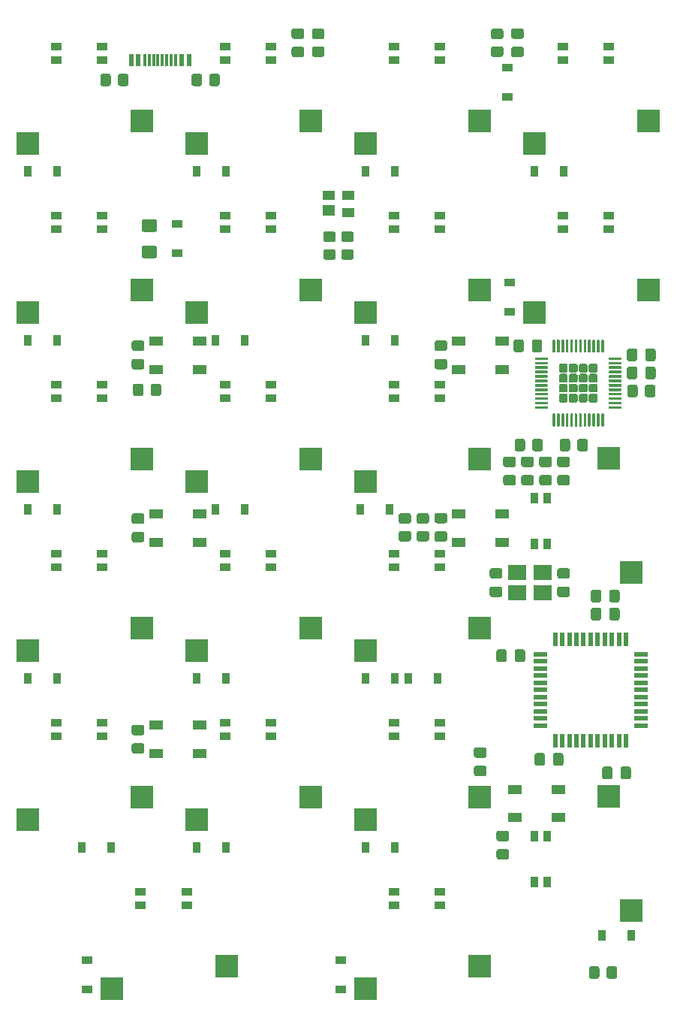
<source format=gbp>
G04 #@! TF.GenerationSoftware,KiCad,Pcbnew,(5.1.10)-1*
G04 #@! TF.CreationDate,2021-06-25T21:48:55+02:00*
G04 #@! TF.ProjectId,tfk21-avr,74666b32-312d-4617-9672-2e6b69636164,A*
G04 #@! TF.SameCoordinates,Original*
G04 #@! TF.FileFunction,Paste,Bot*
G04 #@! TF.FilePolarity,Positive*
%FSLAX46Y46*%
G04 Gerber Fmt 4.6, Leading zero omitted, Abs format (unit mm)*
G04 Created by KiCad (PCBNEW (5.1.10)-1) date 2021-06-25 21:48:55*
%MOMM*%
%LPD*%
G01*
G04 APERTURE LIST*
%ADD10R,0.600000X1.450000*%
%ADD11R,0.300000X1.450000*%
%ADD12R,2.500000X2.550000*%
%ADD13R,2.550000X2.500000*%
%ADD14R,1.190000X0.900000*%
%ADD15R,0.900000X1.190000*%
%ADD16R,1.500000X1.000000*%
%ADD17R,0.550000X1.500000*%
%ADD18R,1.500000X0.550000*%
%ADD19R,2.100000X1.800000*%
%ADD20C,0.100000*%
%ADD21R,0.900000X1.200000*%
%ADD22R,1.200000X0.900000*%
%ADD23R,1.400000X1.000000*%
%ADD24R,1.400000X1.200000*%
G04 APERTURE END LIST*
D10*
X129059375Y-44129375D03*
X128259375Y-44129375D03*
X123359375Y-44129375D03*
X122559375Y-44129375D03*
X122559375Y-44129375D03*
X123359375Y-44129375D03*
X128259375Y-44129375D03*
X129059375Y-44129375D03*
D11*
X124059375Y-44129375D03*
X124559375Y-44129375D03*
X125059375Y-44129375D03*
X126059375Y-44129375D03*
X126559375Y-44129375D03*
X127059375Y-44129375D03*
X127559375Y-44129375D03*
X125559375Y-44129375D03*
D12*
X178911250Y-139985750D03*
X176371250Y-127058750D03*
D13*
X120364250Y-148748750D03*
X133291250Y-146208750D03*
D12*
X178911250Y-101885750D03*
X176371250Y-88958750D03*
D14*
X119276250Y-42588750D03*
X114086250Y-44088750D03*
X114086250Y-42588750D03*
X119276250Y-44088750D03*
X138326250Y-61638750D03*
X133136250Y-63138750D03*
X133136250Y-61638750D03*
X138326250Y-63138750D03*
D15*
X168001250Y-131548750D03*
X169501250Y-136738750D03*
X168001250Y-136738750D03*
X169501250Y-131548750D03*
D14*
X157376250Y-137838750D03*
X152186250Y-139338750D03*
X152186250Y-137838750D03*
X157376250Y-139338750D03*
X128801250Y-137838750D03*
X123611250Y-139338750D03*
X123611250Y-137838750D03*
X128801250Y-139338750D03*
X157376250Y-118788750D03*
X152186250Y-120288750D03*
X152186250Y-118788750D03*
X157376250Y-120288750D03*
X138326250Y-118788750D03*
X133136250Y-120288750D03*
X133136250Y-118788750D03*
X138326250Y-120288750D03*
X119276250Y-118788750D03*
X114086250Y-120288750D03*
X114086250Y-118788750D03*
X119276250Y-120288750D03*
D15*
X168001250Y-93448750D03*
X169501250Y-98638750D03*
X168001250Y-98638750D03*
X169501250Y-93448750D03*
D14*
X157376250Y-99738750D03*
X152186250Y-101238750D03*
X152186250Y-99738750D03*
X157376250Y-101238750D03*
X138326250Y-99738750D03*
X133136250Y-101238750D03*
X133136250Y-99738750D03*
X138326250Y-101238750D03*
X119276250Y-99738750D03*
X114086250Y-101238750D03*
X114086250Y-99738750D03*
X119276250Y-101238750D03*
X157376250Y-80688750D03*
X152186250Y-82188750D03*
X152186250Y-80688750D03*
X157376250Y-82188750D03*
X138326250Y-80688750D03*
X133136250Y-82188750D03*
X133136250Y-80688750D03*
X138326250Y-82188750D03*
X119276250Y-80688750D03*
X114086250Y-82188750D03*
X114086250Y-80688750D03*
X119276250Y-82188750D03*
X176426250Y-61638750D03*
X171236250Y-63138750D03*
X171236250Y-61638750D03*
X176426250Y-63138750D03*
X157376250Y-61638750D03*
X152186250Y-63138750D03*
X152186250Y-61638750D03*
X157376250Y-63138750D03*
X119276250Y-61638750D03*
X114086250Y-63138750D03*
X114086250Y-61638750D03*
X119276250Y-63138750D03*
X176426250Y-42588750D03*
X171236250Y-44088750D03*
X171236250Y-42588750D03*
X176426250Y-44088750D03*
X157376250Y-42588750D03*
X152186250Y-44088750D03*
X152186250Y-42588750D03*
X157376250Y-44088750D03*
X138326250Y-42588750D03*
X133136250Y-44088750D03*
X133136250Y-42588750D03*
X138326250Y-44088750D03*
D13*
X148939250Y-148748750D03*
X161866250Y-146208750D03*
X148939250Y-129698750D03*
X161866250Y-127158750D03*
X129889250Y-129698750D03*
X142816250Y-127158750D03*
X110839250Y-129698750D03*
X123766250Y-127158750D03*
X148939250Y-110648750D03*
X161866250Y-108108750D03*
X129889250Y-110648750D03*
X142816250Y-108108750D03*
X110839250Y-110648750D03*
X123766250Y-108108750D03*
X148939250Y-91598750D03*
X161866250Y-89058750D03*
X129889250Y-91598750D03*
X142816250Y-89058750D03*
X110839250Y-91598750D03*
X123766250Y-89058750D03*
X167989250Y-72548750D03*
X180916250Y-70008750D03*
X148939250Y-72548750D03*
X161866250Y-70008750D03*
X129889250Y-72548750D03*
X142816250Y-70008750D03*
X110839250Y-72548750D03*
X123766250Y-70008750D03*
X167989250Y-53498750D03*
X180916250Y-50958750D03*
X148939250Y-53498750D03*
X161866250Y-50958750D03*
X129889250Y-53498750D03*
X142816250Y-50958750D03*
X110839250Y-53498750D03*
X123766250Y-50958750D03*
G36*
G01*
X123933000Y-80829999D02*
X123933000Y-81730001D01*
G75*
G02*
X123683001Y-81980000I-249999J0D01*
G01*
X122982999Y-81980000D01*
G75*
G02*
X122733000Y-81730001I0J249999D01*
G01*
X122733000Y-80829999D01*
G75*
G02*
X122982999Y-80580000I249999J0D01*
G01*
X123683001Y-80580000D01*
G75*
G02*
X123933000Y-80829999I0J-249999D01*
G01*
G37*
G36*
G01*
X125933000Y-80829999D02*
X125933000Y-81730001D01*
G75*
G02*
X125683001Y-81980000I-249999J0D01*
G01*
X124982999Y-81980000D01*
G75*
G02*
X124733000Y-81730001I0J249999D01*
G01*
X124733000Y-80829999D01*
G75*
G02*
X124982999Y-80580000I249999J0D01*
G01*
X125683001Y-80580000D01*
G75*
G02*
X125933000Y-80829999I0J-249999D01*
G01*
G37*
D16*
X159475000Y-98437500D03*
X159475000Y-95237500D03*
X164375000Y-98437500D03*
X164375000Y-95237500D03*
X159475000Y-78990625D03*
X159475000Y-75790625D03*
X164375000Y-78990625D03*
X164375000Y-75790625D03*
X125343750Y-78990625D03*
X125343750Y-75790625D03*
X130243750Y-78990625D03*
X130243750Y-75790625D03*
X125343750Y-98437500D03*
X125343750Y-95237500D03*
X130243750Y-98437500D03*
X130243750Y-95237500D03*
X125343750Y-122250000D03*
X125343750Y-119050000D03*
X130243750Y-122250000D03*
X130243750Y-119050000D03*
X165825000Y-129489000D03*
X165825000Y-126289000D03*
X170725000Y-129489000D03*
X170725000Y-126289000D03*
G36*
G01*
X157955000Y-96324000D02*
X157005000Y-96324000D01*
G75*
G02*
X156755000Y-96074000I0J250000D01*
G01*
X156755000Y-95399000D01*
G75*
G02*
X157005000Y-95149000I250000J0D01*
G01*
X157955000Y-95149000D01*
G75*
G02*
X158205000Y-95399000I0J-250000D01*
G01*
X158205000Y-96074000D01*
G75*
G02*
X157955000Y-96324000I-250000J0D01*
G01*
G37*
G36*
G01*
X157955000Y-98399000D02*
X157005000Y-98399000D01*
G75*
G02*
X156755000Y-98149000I0J250000D01*
G01*
X156755000Y-97474000D01*
G75*
G02*
X157005000Y-97224000I250000J0D01*
G01*
X157955000Y-97224000D01*
G75*
G02*
X158205000Y-97474000I0J-250000D01*
G01*
X158205000Y-98149000D01*
G75*
G02*
X157955000Y-98399000I-250000J0D01*
G01*
G37*
G36*
G01*
X157955000Y-76893000D02*
X157005000Y-76893000D01*
G75*
G02*
X156755000Y-76643000I0J250000D01*
G01*
X156755000Y-75968000D01*
G75*
G02*
X157005000Y-75718000I250000J0D01*
G01*
X157955000Y-75718000D01*
G75*
G02*
X158205000Y-75968000I0J-250000D01*
G01*
X158205000Y-76643000D01*
G75*
G02*
X157955000Y-76893000I-250000J0D01*
G01*
G37*
G36*
G01*
X157955000Y-78968000D02*
X157005000Y-78968000D01*
G75*
G02*
X156755000Y-78718000I0J250000D01*
G01*
X156755000Y-78043000D01*
G75*
G02*
X157005000Y-77793000I250000J0D01*
G01*
X157955000Y-77793000D01*
G75*
G02*
X158205000Y-78043000I0J-250000D01*
G01*
X158205000Y-78718000D01*
G75*
G02*
X157955000Y-78968000I-250000J0D01*
G01*
G37*
G36*
G01*
X123792000Y-76893000D02*
X122842000Y-76893000D01*
G75*
G02*
X122592000Y-76643000I0J250000D01*
G01*
X122592000Y-75968000D01*
G75*
G02*
X122842000Y-75718000I250000J0D01*
G01*
X123792000Y-75718000D01*
G75*
G02*
X124042000Y-75968000I0J-250000D01*
G01*
X124042000Y-76643000D01*
G75*
G02*
X123792000Y-76893000I-250000J0D01*
G01*
G37*
G36*
G01*
X123792000Y-78968000D02*
X122842000Y-78968000D01*
G75*
G02*
X122592000Y-78718000I0J250000D01*
G01*
X122592000Y-78043000D01*
G75*
G02*
X122842000Y-77793000I250000J0D01*
G01*
X123792000Y-77793000D01*
G75*
G02*
X124042000Y-78043000I0J-250000D01*
G01*
X124042000Y-78718000D01*
G75*
G02*
X123792000Y-78968000I-250000J0D01*
G01*
G37*
G36*
G01*
X123792000Y-96387500D02*
X122842000Y-96387500D01*
G75*
G02*
X122592000Y-96137500I0J250000D01*
G01*
X122592000Y-95462500D01*
G75*
G02*
X122842000Y-95212500I250000J0D01*
G01*
X123792000Y-95212500D01*
G75*
G02*
X124042000Y-95462500I0J-250000D01*
G01*
X124042000Y-96137500D01*
G75*
G02*
X123792000Y-96387500I-250000J0D01*
G01*
G37*
G36*
G01*
X123792000Y-98462500D02*
X122842000Y-98462500D01*
G75*
G02*
X122592000Y-98212500I0J250000D01*
G01*
X122592000Y-97537500D01*
G75*
G02*
X122842000Y-97287500I250000J0D01*
G01*
X123792000Y-97287500D01*
G75*
G02*
X124042000Y-97537500I0J-250000D01*
G01*
X124042000Y-98212500D01*
G75*
G02*
X123792000Y-98462500I-250000J0D01*
G01*
G37*
G36*
G01*
X123792000Y-120200000D02*
X122842000Y-120200000D01*
G75*
G02*
X122592000Y-119950000I0J250000D01*
G01*
X122592000Y-119275000D01*
G75*
G02*
X122842000Y-119025000I250000J0D01*
G01*
X123792000Y-119025000D01*
G75*
G02*
X124042000Y-119275000I0J-250000D01*
G01*
X124042000Y-119950000D01*
G75*
G02*
X123792000Y-120200000I-250000J0D01*
G01*
G37*
G36*
G01*
X123792000Y-122275000D02*
X122842000Y-122275000D01*
G75*
G02*
X122592000Y-122025000I0J250000D01*
G01*
X122592000Y-121350000D01*
G75*
G02*
X122842000Y-121100000I250000J0D01*
G01*
X123792000Y-121100000D01*
G75*
G02*
X124042000Y-121350000I0J-250000D01*
G01*
X124042000Y-122025000D01*
G75*
G02*
X123792000Y-122275000I-250000J0D01*
G01*
G37*
G36*
G01*
X163990000Y-133038000D02*
X164940000Y-133038000D01*
G75*
G02*
X165190000Y-133288000I0J-250000D01*
G01*
X165190000Y-133963000D01*
G75*
G02*
X164940000Y-134213000I-250000J0D01*
G01*
X163990000Y-134213000D01*
G75*
G02*
X163740000Y-133963000I0J250000D01*
G01*
X163740000Y-133288000D01*
G75*
G02*
X163990000Y-133038000I250000J0D01*
G01*
G37*
G36*
G01*
X163990000Y-130963000D02*
X164940000Y-130963000D01*
G75*
G02*
X165190000Y-131213000I0J-250000D01*
G01*
X165190000Y-131888000D01*
G75*
G02*
X164940000Y-132138000I-250000J0D01*
G01*
X163990000Y-132138000D01*
G75*
G02*
X163740000Y-131888000I0J250000D01*
G01*
X163740000Y-131213000D01*
G75*
G02*
X163990000Y-130963000I250000J0D01*
G01*
G37*
D17*
X170371000Y-120793750D03*
X171171000Y-120793750D03*
X171971000Y-120793750D03*
X172771000Y-120793750D03*
X173571000Y-120793750D03*
X174371000Y-120793750D03*
X175171000Y-120793750D03*
X175971000Y-120793750D03*
X176771000Y-120793750D03*
X177571000Y-120793750D03*
X178371000Y-120793750D03*
D18*
X180071000Y-119093750D03*
X180071000Y-118293750D03*
X180071000Y-117493750D03*
X180071000Y-116693750D03*
X180071000Y-115893750D03*
X180071000Y-115093750D03*
X180071000Y-114293750D03*
X180071000Y-113493750D03*
X180071000Y-112693750D03*
X180071000Y-111893750D03*
X180071000Y-111093750D03*
D17*
X178371000Y-109393750D03*
X177571000Y-109393750D03*
X176771000Y-109393750D03*
X175971000Y-109393750D03*
X175171000Y-109393750D03*
X174371000Y-109393750D03*
X173571000Y-109393750D03*
X172771000Y-109393750D03*
X171971000Y-109393750D03*
X171171000Y-109393750D03*
X170371000Y-109393750D03*
D18*
X168671000Y-111093750D03*
X168671000Y-111893750D03*
X168671000Y-112693750D03*
X168671000Y-113493750D03*
X168671000Y-114293750D03*
X168671000Y-115093750D03*
X168671000Y-115893750D03*
X168671000Y-116693750D03*
X168671000Y-117493750D03*
X168671000Y-118293750D03*
X168671000Y-119093750D03*
D19*
X168963000Y-101847000D03*
X166063000Y-101847000D03*
X166063000Y-104147000D03*
X168963000Y-104147000D03*
D20*
G36*
X174974104Y-78328859D02*
G01*
X174996074Y-78335524D01*
X175016321Y-78346346D01*
X175034068Y-78360911D01*
X175131089Y-78457932D01*
X175145654Y-78475679D01*
X175156476Y-78495926D01*
X175163141Y-78517896D01*
X175165391Y-78540744D01*
X175165391Y-79120256D01*
X175163141Y-79143104D01*
X175156476Y-79165074D01*
X175145654Y-79185321D01*
X175131089Y-79203068D01*
X175034068Y-79300089D01*
X175016321Y-79314654D01*
X174996074Y-79325476D01*
X174974104Y-79332141D01*
X174951256Y-79334391D01*
X174371744Y-79334391D01*
X174348896Y-79332141D01*
X174326926Y-79325476D01*
X174306679Y-79314654D01*
X174288932Y-79300089D01*
X174191911Y-79203068D01*
X174177346Y-79185321D01*
X174166524Y-79165074D01*
X174159859Y-79143104D01*
X174157609Y-79120256D01*
X174157609Y-78540744D01*
X174159859Y-78517896D01*
X174166524Y-78495926D01*
X174177346Y-78475679D01*
X174191911Y-78457932D01*
X174288932Y-78360911D01*
X174306679Y-78346346D01*
X174326926Y-78335524D01*
X174348896Y-78328859D01*
X174371744Y-78326609D01*
X174951256Y-78326609D01*
X174974104Y-78328859D01*
G37*
G36*
X174974104Y-79453859D02*
G01*
X174996074Y-79460524D01*
X175016321Y-79471346D01*
X175034068Y-79485911D01*
X175131089Y-79582932D01*
X175145654Y-79600679D01*
X175156476Y-79620926D01*
X175163141Y-79642896D01*
X175165391Y-79665744D01*
X175165391Y-80245256D01*
X175163141Y-80268104D01*
X175156476Y-80290074D01*
X175145654Y-80310321D01*
X175131089Y-80328068D01*
X175034068Y-80425089D01*
X175016321Y-80439654D01*
X174996074Y-80450476D01*
X174974104Y-80457141D01*
X174951256Y-80459391D01*
X174371744Y-80459391D01*
X174348896Y-80457141D01*
X174326926Y-80450476D01*
X174306679Y-80439654D01*
X174288932Y-80425089D01*
X174191911Y-80328068D01*
X174177346Y-80310321D01*
X174166524Y-80290074D01*
X174159859Y-80268104D01*
X174157609Y-80245256D01*
X174157609Y-79665744D01*
X174159859Y-79642896D01*
X174166524Y-79620926D01*
X174177346Y-79600679D01*
X174191911Y-79582932D01*
X174288932Y-79485911D01*
X174306679Y-79471346D01*
X174326926Y-79460524D01*
X174348896Y-79453859D01*
X174371744Y-79451609D01*
X174951256Y-79451609D01*
X174974104Y-79453859D01*
G37*
G36*
X174974104Y-80578859D02*
G01*
X174996074Y-80585524D01*
X175016321Y-80596346D01*
X175034068Y-80610911D01*
X175131089Y-80707932D01*
X175145654Y-80725679D01*
X175156476Y-80745926D01*
X175163141Y-80767896D01*
X175165391Y-80790744D01*
X175165391Y-81370256D01*
X175163141Y-81393104D01*
X175156476Y-81415074D01*
X175145654Y-81435321D01*
X175131089Y-81453068D01*
X175034068Y-81550089D01*
X175016321Y-81564654D01*
X174996074Y-81575476D01*
X174974104Y-81582141D01*
X174951256Y-81584391D01*
X174371744Y-81584391D01*
X174348896Y-81582141D01*
X174326926Y-81575476D01*
X174306679Y-81564654D01*
X174288932Y-81550089D01*
X174191911Y-81453068D01*
X174177346Y-81435321D01*
X174166524Y-81415074D01*
X174159859Y-81393104D01*
X174157609Y-81370256D01*
X174157609Y-80790744D01*
X174159859Y-80767896D01*
X174166524Y-80745926D01*
X174177346Y-80725679D01*
X174191911Y-80707932D01*
X174288932Y-80610911D01*
X174306679Y-80596346D01*
X174326926Y-80585524D01*
X174348896Y-80578859D01*
X174371744Y-80576609D01*
X174951256Y-80576609D01*
X174974104Y-80578859D01*
G37*
G36*
X174974104Y-81703859D02*
G01*
X174996074Y-81710524D01*
X175016321Y-81721346D01*
X175034068Y-81735911D01*
X175131089Y-81832932D01*
X175145654Y-81850679D01*
X175156476Y-81870926D01*
X175163141Y-81892896D01*
X175165391Y-81915744D01*
X175165391Y-82495256D01*
X175163141Y-82518104D01*
X175156476Y-82540074D01*
X175145654Y-82560321D01*
X175131089Y-82578068D01*
X175034068Y-82675089D01*
X175016321Y-82689654D01*
X174996074Y-82700476D01*
X174974104Y-82707141D01*
X174951256Y-82709391D01*
X174371744Y-82709391D01*
X174348896Y-82707141D01*
X174326926Y-82700476D01*
X174306679Y-82689654D01*
X174288932Y-82675089D01*
X174191911Y-82578068D01*
X174177346Y-82560321D01*
X174166524Y-82540074D01*
X174159859Y-82518104D01*
X174157609Y-82495256D01*
X174157609Y-81915744D01*
X174159859Y-81892896D01*
X174166524Y-81870926D01*
X174177346Y-81850679D01*
X174191911Y-81832932D01*
X174288932Y-81735911D01*
X174306679Y-81721346D01*
X174326926Y-81710524D01*
X174348896Y-81703859D01*
X174371744Y-81701609D01*
X174951256Y-81701609D01*
X174974104Y-81703859D01*
G37*
G36*
X173849104Y-78328859D02*
G01*
X173871074Y-78335524D01*
X173891321Y-78346346D01*
X173909068Y-78360911D01*
X174006089Y-78457932D01*
X174020654Y-78475679D01*
X174031476Y-78495926D01*
X174038141Y-78517896D01*
X174040391Y-78540744D01*
X174040391Y-79120256D01*
X174038141Y-79143104D01*
X174031476Y-79165074D01*
X174020654Y-79185321D01*
X174006089Y-79203068D01*
X173909068Y-79300089D01*
X173891321Y-79314654D01*
X173871074Y-79325476D01*
X173849104Y-79332141D01*
X173826256Y-79334391D01*
X173246744Y-79334391D01*
X173223896Y-79332141D01*
X173201926Y-79325476D01*
X173181679Y-79314654D01*
X173163932Y-79300089D01*
X173066911Y-79203068D01*
X173052346Y-79185321D01*
X173041524Y-79165074D01*
X173034859Y-79143104D01*
X173032609Y-79120256D01*
X173032609Y-78540744D01*
X173034859Y-78517896D01*
X173041524Y-78495926D01*
X173052346Y-78475679D01*
X173066911Y-78457932D01*
X173163932Y-78360911D01*
X173181679Y-78346346D01*
X173201926Y-78335524D01*
X173223896Y-78328859D01*
X173246744Y-78326609D01*
X173826256Y-78326609D01*
X173849104Y-78328859D01*
G37*
G36*
X173849104Y-79453859D02*
G01*
X173871074Y-79460524D01*
X173891321Y-79471346D01*
X173909068Y-79485911D01*
X174006089Y-79582932D01*
X174020654Y-79600679D01*
X174031476Y-79620926D01*
X174038141Y-79642896D01*
X174040391Y-79665744D01*
X174040391Y-80245256D01*
X174038141Y-80268104D01*
X174031476Y-80290074D01*
X174020654Y-80310321D01*
X174006089Y-80328068D01*
X173909068Y-80425089D01*
X173891321Y-80439654D01*
X173871074Y-80450476D01*
X173849104Y-80457141D01*
X173826256Y-80459391D01*
X173246744Y-80459391D01*
X173223896Y-80457141D01*
X173201926Y-80450476D01*
X173181679Y-80439654D01*
X173163932Y-80425089D01*
X173066911Y-80328068D01*
X173052346Y-80310321D01*
X173041524Y-80290074D01*
X173034859Y-80268104D01*
X173032609Y-80245256D01*
X173032609Y-79665744D01*
X173034859Y-79642896D01*
X173041524Y-79620926D01*
X173052346Y-79600679D01*
X173066911Y-79582932D01*
X173163932Y-79485911D01*
X173181679Y-79471346D01*
X173201926Y-79460524D01*
X173223896Y-79453859D01*
X173246744Y-79451609D01*
X173826256Y-79451609D01*
X173849104Y-79453859D01*
G37*
G36*
X173849104Y-80578859D02*
G01*
X173871074Y-80585524D01*
X173891321Y-80596346D01*
X173909068Y-80610911D01*
X174006089Y-80707932D01*
X174020654Y-80725679D01*
X174031476Y-80745926D01*
X174038141Y-80767896D01*
X174040391Y-80790744D01*
X174040391Y-81370256D01*
X174038141Y-81393104D01*
X174031476Y-81415074D01*
X174020654Y-81435321D01*
X174006089Y-81453068D01*
X173909068Y-81550089D01*
X173891321Y-81564654D01*
X173871074Y-81575476D01*
X173849104Y-81582141D01*
X173826256Y-81584391D01*
X173246744Y-81584391D01*
X173223896Y-81582141D01*
X173201926Y-81575476D01*
X173181679Y-81564654D01*
X173163932Y-81550089D01*
X173066911Y-81453068D01*
X173052346Y-81435321D01*
X173041524Y-81415074D01*
X173034859Y-81393104D01*
X173032609Y-81370256D01*
X173032609Y-80790744D01*
X173034859Y-80767896D01*
X173041524Y-80745926D01*
X173052346Y-80725679D01*
X173066911Y-80707932D01*
X173163932Y-80610911D01*
X173181679Y-80596346D01*
X173201926Y-80585524D01*
X173223896Y-80578859D01*
X173246744Y-80576609D01*
X173826256Y-80576609D01*
X173849104Y-80578859D01*
G37*
G36*
X173849104Y-81703859D02*
G01*
X173871074Y-81710524D01*
X173891321Y-81721346D01*
X173909068Y-81735911D01*
X174006089Y-81832932D01*
X174020654Y-81850679D01*
X174031476Y-81870926D01*
X174038141Y-81892896D01*
X174040391Y-81915744D01*
X174040391Y-82495256D01*
X174038141Y-82518104D01*
X174031476Y-82540074D01*
X174020654Y-82560321D01*
X174006089Y-82578068D01*
X173909068Y-82675089D01*
X173891321Y-82689654D01*
X173871074Y-82700476D01*
X173849104Y-82707141D01*
X173826256Y-82709391D01*
X173246744Y-82709391D01*
X173223896Y-82707141D01*
X173201926Y-82700476D01*
X173181679Y-82689654D01*
X173163932Y-82675089D01*
X173066911Y-82578068D01*
X173052346Y-82560321D01*
X173041524Y-82540074D01*
X173034859Y-82518104D01*
X173032609Y-82495256D01*
X173032609Y-81915744D01*
X173034859Y-81892896D01*
X173041524Y-81870926D01*
X173052346Y-81850679D01*
X173066911Y-81832932D01*
X173163932Y-81735911D01*
X173181679Y-81721346D01*
X173201926Y-81710524D01*
X173223896Y-81703859D01*
X173246744Y-81701609D01*
X173826256Y-81701609D01*
X173849104Y-81703859D01*
G37*
G36*
X172724104Y-78328859D02*
G01*
X172746074Y-78335524D01*
X172766321Y-78346346D01*
X172784068Y-78360911D01*
X172881089Y-78457932D01*
X172895654Y-78475679D01*
X172906476Y-78495926D01*
X172913141Y-78517896D01*
X172915391Y-78540744D01*
X172915391Y-79120256D01*
X172913141Y-79143104D01*
X172906476Y-79165074D01*
X172895654Y-79185321D01*
X172881089Y-79203068D01*
X172784068Y-79300089D01*
X172766321Y-79314654D01*
X172746074Y-79325476D01*
X172724104Y-79332141D01*
X172701256Y-79334391D01*
X172121744Y-79334391D01*
X172098896Y-79332141D01*
X172076926Y-79325476D01*
X172056679Y-79314654D01*
X172038932Y-79300089D01*
X171941911Y-79203068D01*
X171927346Y-79185321D01*
X171916524Y-79165074D01*
X171909859Y-79143104D01*
X171907609Y-79120256D01*
X171907609Y-78540744D01*
X171909859Y-78517896D01*
X171916524Y-78495926D01*
X171927346Y-78475679D01*
X171941911Y-78457932D01*
X172038932Y-78360911D01*
X172056679Y-78346346D01*
X172076926Y-78335524D01*
X172098896Y-78328859D01*
X172121744Y-78326609D01*
X172701256Y-78326609D01*
X172724104Y-78328859D01*
G37*
G36*
X172724104Y-79453859D02*
G01*
X172746074Y-79460524D01*
X172766321Y-79471346D01*
X172784068Y-79485911D01*
X172881089Y-79582932D01*
X172895654Y-79600679D01*
X172906476Y-79620926D01*
X172913141Y-79642896D01*
X172915391Y-79665744D01*
X172915391Y-80245256D01*
X172913141Y-80268104D01*
X172906476Y-80290074D01*
X172895654Y-80310321D01*
X172881089Y-80328068D01*
X172784068Y-80425089D01*
X172766321Y-80439654D01*
X172746074Y-80450476D01*
X172724104Y-80457141D01*
X172701256Y-80459391D01*
X172121744Y-80459391D01*
X172098896Y-80457141D01*
X172076926Y-80450476D01*
X172056679Y-80439654D01*
X172038932Y-80425089D01*
X171941911Y-80328068D01*
X171927346Y-80310321D01*
X171916524Y-80290074D01*
X171909859Y-80268104D01*
X171907609Y-80245256D01*
X171907609Y-79665744D01*
X171909859Y-79642896D01*
X171916524Y-79620926D01*
X171927346Y-79600679D01*
X171941911Y-79582932D01*
X172038932Y-79485911D01*
X172056679Y-79471346D01*
X172076926Y-79460524D01*
X172098896Y-79453859D01*
X172121744Y-79451609D01*
X172701256Y-79451609D01*
X172724104Y-79453859D01*
G37*
G36*
X172724104Y-80578859D02*
G01*
X172746074Y-80585524D01*
X172766321Y-80596346D01*
X172784068Y-80610911D01*
X172881089Y-80707932D01*
X172895654Y-80725679D01*
X172906476Y-80745926D01*
X172913141Y-80767896D01*
X172915391Y-80790744D01*
X172915391Y-81370256D01*
X172913141Y-81393104D01*
X172906476Y-81415074D01*
X172895654Y-81435321D01*
X172881089Y-81453068D01*
X172784068Y-81550089D01*
X172766321Y-81564654D01*
X172746074Y-81575476D01*
X172724104Y-81582141D01*
X172701256Y-81584391D01*
X172121744Y-81584391D01*
X172098896Y-81582141D01*
X172076926Y-81575476D01*
X172056679Y-81564654D01*
X172038932Y-81550089D01*
X171941911Y-81453068D01*
X171927346Y-81435321D01*
X171916524Y-81415074D01*
X171909859Y-81393104D01*
X171907609Y-81370256D01*
X171907609Y-80790744D01*
X171909859Y-80767896D01*
X171916524Y-80745926D01*
X171927346Y-80725679D01*
X171941911Y-80707932D01*
X172038932Y-80610911D01*
X172056679Y-80596346D01*
X172076926Y-80585524D01*
X172098896Y-80578859D01*
X172121744Y-80576609D01*
X172701256Y-80576609D01*
X172724104Y-80578859D01*
G37*
G36*
X172724104Y-81703859D02*
G01*
X172746074Y-81710524D01*
X172766321Y-81721346D01*
X172784068Y-81735911D01*
X172881089Y-81832932D01*
X172895654Y-81850679D01*
X172906476Y-81870926D01*
X172913141Y-81892896D01*
X172915391Y-81915744D01*
X172915391Y-82495256D01*
X172913141Y-82518104D01*
X172906476Y-82540074D01*
X172895654Y-82560321D01*
X172881089Y-82578068D01*
X172784068Y-82675089D01*
X172766321Y-82689654D01*
X172746074Y-82700476D01*
X172724104Y-82707141D01*
X172701256Y-82709391D01*
X172121744Y-82709391D01*
X172098896Y-82707141D01*
X172076926Y-82700476D01*
X172056679Y-82689654D01*
X172038932Y-82675089D01*
X171941911Y-82578068D01*
X171927346Y-82560321D01*
X171916524Y-82540074D01*
X171909859Y-82518104D01*
X171907609Y-82495256D01*
X171907609Y-81915744D01*
X171909859Y-81892896D01*
X171916524Y-81870926D01*
X171927346Y-81850679D01*
X171941911Y-81832932D01*
X172038932Y-81735911D01*
X172056679Y-81721346D01*
X172076926Y-81710524D01*
X172098896Y-81703859D01*
X172121744Y-81701609D01*
X172701256Y-81701609D01*
X172724104Y-81703859D01*
G37*
G36*
X171599104Y-78328859D02*
G01*
X171621074Y-78335524D01*
X171641321Y-78346346D01*
X171659068Y-78360911D01*
X171756089Y-78457932D01*
X171770654Y-78475679D01*
X171781476Y-78495926D01*
X171788141Y-78517896D01*
X171790391Y-78540744D01*
X171790391Y-79120256D01*
X171788141Y-79143104D01*
X171781476Y-79165074D01*
X171770654Y-79185321D01*
X171756089Y-79203068D01*
X171659068Y-79300089D01*
X171641321Y-79314654D01*
X171621074Y-79325476D01*
X171599104Y-79332141D01*
X171576256Y-79334391D01*
X170996744Y-79334391D01*
X170973896Y-79332141D01*
X170951926Y-79325476D01*
X170931679Y-79314654D01*
X170913932Y-79300089D01*
X170816911Y-79203068D01*
X170802346Y-79185321D01*
X170791524Y-79165074D01*
X170784859Y-79143104D01*
X170782609Y-79120256D01*
X170782609Y-78540744D01*
X170784859Y-78517896D01*
X170791524Y-78495926D01*
X170802346Y-78475679D01*
X170816911Y-78457932D01*
X170913932Y-78360911D01*
X170931679Y-78346346D01*
X170951926Y-78335524D01*
X170973896Y-78328859D01*
X170996744Y-78326609D01*
X171576256Y-78326609D01*
X171599104Y-78328859D01*
G37*
G36*
X171599104Y-79453859D02*
G01*
X171621074Y-79460524D01*
X171641321Y-79471346D01*
X171659068Y-79485911D01*
X171756089Y-79582932D01*
X171770654Y-79600679D01*
X171781476Y-79620926D01*
X171788141Y-79642896D01*
X171790391Y-79665744D01*
X171790391Y-80245256D01*
X171788141Y-80268104D01*
X171781476Y-80290074D01*
X171770654Y-80310321D01*
X171756089Y-80328068D01*
X171659068Y-80425089D01*
X171641321Y-80439654D01*
X171621074Y-80450476D01*
X171599104Y-80457141D01*
X171576256Y-80459391D01*
X170996744Y-80459391D01*
X170973896Y-80457141D01*
X170951926Y-80450476D01*
X170931679Y-80439654D01*
X170913932Y-80425089D01*
X170816911Y-80328068D01*
X170802346Y-80310321D01*
X170791524Y-80290074D01*
X170784859Y-80268104D01*
X170782609Y-80245256D01*
X170782609Y-79665744D01*
X170784859Y-79642896D01*
X170791524Y-79620926D01*
X170802346Y-79600679D01*
X170816911Y-79582932D01*
X170913932Y-79485911D01*
X170931679Y-79471346D01*
X170951926Y-79460524D01*
X170973896Y-79453859D01*
X170996744Y-79451609D01*
X171576256Y-79451609D01*
X171599104Y-79453859D01*
G37*
G36*
X171599104Y-80578859D02*
G01*
X171621074Y-80585524D01*
X171641321Y-80596346D01*
X171659068Y-80610911D01*
X171756089Y-80707932D01*
X171770654Y-80725679D01*
X171781476Y-80745926D01*
X171788141Y-80767896D01*
X171790391Y-80790744D01*
X171790391Y-81370256D01*
X171788141Y-81393104D01*
X171781476Y-81415074D01*
X171770654Y-81435321D01*
X171756089Y-81453068D01*
X171659068Y-81550089D01*
X171641321Y-81564654D01*
X171621074Y-81575476D01*
X171599104Y-81582141D01*
X171576256Y-81584391D01*
X170996744Y-81584391D01*
X170973896Y-81582141D01*
X170951926Y-81575476D01*
X170931679Y-81564654D01*
X170913932Y-81550089D01*
X170816911Y-81453068D01*
X170802346Y-81435321D01*
X170791524Y-81415074D01*
X170784859Y-81393104D01*
X170782609Y-81370256D01*
X170782609Y-80790744D01*
X170784859Y-80767896D01*
X170791524Y-80745926D01*
X170802346Y-80725679D01*
X170816911Y-80707932D01*
X170913932Y-80610911D01*
X170931679Y-80596346D01*
X170951926Y-80585524D01*
X170973896Y-80578859D01*
X170996744Y-80576609D01*
X171576256Y-80576609D01*
X171599104Y-80578859D01*
G37*
G36*
X171599104Y-81703859D02*
G01*
X171621074Y-81710524D01*
X171641321Y-81721346D01*
X171659068Y-81735911D01*
X171756089Y-81832932D01*
X171770654Y-81850679D01*
X171781476Y-81870926D01*
X171788141Y-81892896D01*
X171790391Y-81915744D01*
X171790391Y-82495256D01*
X171788141Y-82518104D01*
X171781476Y-82540074D01*
X171770654Y-82560321D01*
X171756089Y-82578068D01*
X171659068Y-82675089D01*
X171641321Y-82689654D01*
X171621074Y-82700476D01*
X171599104Y-82707141D01*
X171576256Y-82709391D01*
X170996744Y-82709391D01*
X170973896Y-82707141D01*
X170951926Y-82700476D01*
X170931679Y-82689654D01*
X170913932Y-82675089D01*
X170816911Y-82578068D01*
X170802346Y-82560321D01*
X170791524Y-82540074D01*
X170784859Y-82518104D01*
X170782609Y-82495256D01*
X170782609Y-81915744D01*
X170784859Y-81892896D01*
X170791524Y-81870926D01*
X170802346Y-81850679D01*
X170816911Y-81832932D01*
X170913932Y-81735911D01*
X170931679Y-81721346D01*
X170951926Y-81710524D01*
X170973896Y-81703859D01*
X170996744Y-81701609D01*
X171576256Y-81701609D01*
X171599104Y-81703859D01*
G37*
G36*
G01*
X170074000Y-85343000D02*
X170074000Y-84018000D01*
G75*
G02*
X170149000Y-83943000I75000J0D01*
G01*
X170299000Y-83943000D01*
G75*
G02*
X170374000Y-84018000I0J-75000D01*
G01*
X170374000Y-85343000D01*
G75*
G02*
X170299000Y-85418000I-75000J0D01*
G01*
X170149000Y-85418000D01*
G75*
G02*
X170074000Y-85343000I0J75000D01*
G01*
G37*
G36*
G01*
X170574000Y-85343000D02*
X170574000Y-84018000D01*
G75*
G02*
X170649000Y-83943000I75000J0D01*
G01*
X170799000Y-83943000D01*
G75*
G02*
X170874000Y-84018000I0J-75000D01*
G01*
X170874000Y-85343000D01*
G75*
G02*
X170799000Y-85418000I-75000J0D01*
G01*
X170649000Y-85418000D01*
G75*
G02*
X170574000Y-85343000I0J75000D01*
G01*
G37*
G36*
G01*
X171074000Y-85343000D02*
X171074000Y-84018000D01*
G75*
G02*
X171149000Y-83943000I75000J0D01*
G01*
X171299000Y-83943000D01*
G75*
G02*
X171374000Y-84018000I0J-75000D01*
G01*
X171374000Y-85343000D01*
G75*
G02*
X171299000Y-85418000I-75000J0D01*
G01*
X171149000Y-85418000D01*
G75*
G02*
X171074000Y-85343000I0J75000D01*
G01*
G37*
G36*
G01*
X171574000Y-85343000D02*
X171574000Y-84018000D01*
G75*
G02*
X171649000Y-83943000I75000J0D01*
G01*
X171799000Y-83943000D01*
G75*
G02*
X171874000Y-84018000I0J-75000D01*
G01*
X171874000Y-85343000D01*
G75*
G02*
X171799000Y-85418000I-75000J0D01*
G01*
X171649000Y-85418000D01*
G75*
G02*
X171574000Y-85343000I0J75000D01*
G01*
G37*
G36*
G01*
X172074000Y-85343000D02*
X172074000Y-84018000D01*
G75*
G02*
X172149000Y-83943000I75000J0D01*
G01*
X172299000Y-83943000D01*
G75*
G02*
X172374000Y-84018000I0J-75000D01*
G01*
X172374000Y-85343000D01*
G75*
G02*
X172299000Y-85418000I-75000J0D01*
G01*
X172149000Y-85418000D01*
G75*
G02*
X172074000Y-85343000I0J75000D01*
G01*
G37*
G36*
G01*
X172574000Y-85343000D02*
X172574000Y-84018000D01*
G75*
G02*
X172649000Y-83943000I75000J0D01*
G01*
X172799000Y-83943000D01*
G75*
G02*
X172874000Y-84018000I0J-75000D01*
G01*
X172874000Y-85343000D01*
G75*
G02*
X172799000Y-85418000I-75000J0D01*
G01*
X172649000Y-85418000D01*
G75*
G02*
X172574000Y-85343000I0J75000D01*
G01*
G37*
G36*
G01*
X173074000Y-85343000D02*
X173074000Y-84018000D01*
G75*
G02*
X173149000Y-83943000I75000J0D01*
G01*
X173299000Y-83943000D01*
G75*
G02*
X173374000Y-84018000I0J-75000D01*
G01*
X173374000Y-85343000D01*
G75*
G02*
X173299000Y-85418000I-75000J0D01*
G01*
X173149000Y-85418000D01*
G75*
G02*
X173074000Y-85343000I0J75000D01*
G01*
G37*
G36*
G01*
X173574000Y-85343000D02*
X173574000Y-84018000D01*
G75*
G02*
X173649000Y-83943000I75000J0D01*
G01*
X173799000Y-83943000D01*
G75*
G02*
X173874000Y-84018000I0J-75000D01*
G01*
X173874000Y-85343000D01*
G75*
G02*
X173799000Y-85418000I-75000J0D01*
G01*
X173649000Y-85418000D01*
G75*
G02*
X173574000Y-85343000I0J75000D01*
G01*
G37*
G36*
G01*
X174074000Y-85343000D02*
X174074000Y-84018000D01*
G75*
G02*
X174149000Y-83943000I75000J0D01*
G01*
X174299000Y-83943000D01*
G75*
G02*
X174374000Y-84018000I0J-75000D01*
G01*
X174374000Y-85343000D01*
G75*
G02*
X174299000Y-85418000I-75000J0D01*
G01*
X174149000Y-85418000D01*
G75*
G02*
X174074000Y-85343000I0J75000D01*
G01*
G37*
G36*
G01*
X174574000Y-85343000D02*
X174574000Y-84018000D01*
G75*
G02*
X174649000Y-83943000I75000J0D01*
G01*
X174799000Y-83943000D01*
G75*
G02*
X174874000Y-84018000I0J-75000D01*
G01*
X174874000Y-85343000D01*
G75*
G02*
X174799000Y-85418000I-75000J0D01*
G01*
X174649000Y-85418000D01*
G75*
G02*
X174574000Y-85343000I0J75000D01*
G01*
G37*
G36*
G01*
X175074000Y-85343000D02*
X175074000Y-84018000D01*
G75*
G02*
X175149000Y-83943000I75000J0D01*
G01*
X175299000Y-83943000D01*
G75*
G02*
X175374000Y-84018000I0J-75000D01*
G01*
X175374000Y-85343000D01*
G75*
G02*
X175299000Y-85418000I-75000J0D01*
G01*
X175149000Y-85418000D01*
G75*
G02*
X175074000Y-85343000I0J75000D01*
G01*
G37*
G36*
G01*
X175574000Y-85343000D02*
X175574000Y-84018000D01*
G75*
G02*
X175649000Y-83943000I75000J0D01*
G01*
X175799000Y-83943000D01*
G75*
G02*
X175874000Y-84018000I0J-75000D01*
G01*
X175874000Y-85343000D01*
G75*
G02*
X175799000Y-85418000I-75000J0D01*
G01*
X175649000Y-85418000D01*
G75*
G02*
X175574000Y-85343000I0J75000D01*
G01*
G37*
G36*
G01*
X176399000Y-83343000D02*
X176399000Y-83193000D01*
G75*
G02*
X176474000Y-83118000I75000J0D01*
G01*
X177799000Y-83118000D01*
G75*
G02*
X177874000Y-83193000I0J-75000D01*
G01*
X177874000Y-83343000D01*
G75*
G02*
X177799000Y-83418000I-75000J0D01*
G01*
X176474000Y-83418000D01*
G75*
G02*
X176399000Y-83343000I0J75000D01*
G01*
G37*
G36*
G01*
X176399000Y-82843000D02*
X176399000Y-82693000D01*
G75*
G02*
X176474000Y-82618000I75000J0D01*
G01*
X177799000Y-82618000D01*
G75*
G02*
X177874000Y-82693000I0J-75000D01*
G01*
X177874000Y-82843000D01*
G75*
G02*
X177799000Y-82918000I-75000J0D01*
G01*
X176474000Y-82918000D01*
G75*
G02*
X176399000Y-82843000I0J75000D01*
G01*
G37*
G36*
G01*
X176399000Y-82343000D02*
X176399000Y-82193000D01*
G75*
G02*
X176474000Y-82118000I75000J0D01*
G01*
X177799000Y-82118000D01*
G75*
G02*
X177874000Y-82193000I0J-75000D01*
G01*
X177874000Y-82343000D01*
G75*
G02*
X177799000Y-82418000I-75000J0D01*
G01*
X176474000Y-82418000D01*
G75*
G02*
X176399000Y-82343000I0J75000D01*
G01*
G37*
G36*
G01*
X176399000Y-81843000D02*
X176399000Y-81693000D01*
G75*
G02*
X176474000Y-81618000I75000J0D01*
G01*
X177799000Y-81618000D01*
G75*
G02*
X177874000Y-81693000I0J-75000D01*
G01*
X177874000Y-81843000D01*
G75*
G02*
X177799000Y-81918000I-75000J0D01*
G01*
X176474000Y-81918000D01*
G75*
G02*
X176399000Y-81843000I0J75000D01*
G01*
G37*
G36*
G01*
X176399000Y-81343000D02*
X176399000Y-81193000D01*
G75*
G02*
X176474000Y-81118000I75000J0D01*
G01*
X177799000Y-81118000D01*
G75*
G02*
X177874000Y-81193000I0J-75000D01*
G01*
X177874000Y-81343000D01*
G75*
G02*
X177799000Y-81418000I-75000J0D01*
G01*
X176474000Y-81418000D01*
G75*
G02*
X176399000Y-81343000I0J75000D01*
G01*
G37*
G36*
G01*
X176399000Y-80843000D02*
X176399000Y-80693000D01*
G75*
G02*
X176474000Y-80618000I75000J0D01*
G01*
X177799000Y-80618000D01*
G75*
G02*
X177874000Y-80693000I0J-75000D01*
G01*
X177874000Y-80843000D01*
G75*
G02*
X177799000Y-80918000I-75000J0D01*
G01*
X176474000Y-80918000D01*
G75*
G02*
X176399000Y-80843000I0J75000D01*
G01*
G37*
G36*
G01*
X176399000Y-80343000D02*
X176399000Y-80193000D01*
G75*
G02*
X176474000Y-80118000I75000J0D01*
G01*
X177799000Y-80118000D01*
G75*
G02*
X177874000Y-80193000I0J-75000D01*
G01*
X177874000Y-80343000D01*
G75*
G02*
X177799000Y-80418000I-75000J0D01*
G01*
X176474000Y-80418000D01*
G75*
G02*
X176399000Y-80343000I0J75000D01*
G01*
G37*
G36*
G01*
X176399000Y-79843000D02*
X176399000Y-79693000D01*
G75*
G02*
X176474000Y-79618000I75000J0D01*
G01*
X177799000Y-79618000D01*
G75*
G02*
X177874000Y-79693000I0J-75000D01*
G01*
X177874000Y-79843000D01*
G75*
G02*
X177799000Y-79918000I-75000J0D01*
G01*
X176474000Y-79918000D01*
G75*
G02*
X176399000Y-79843000I0J75000D01*
G01*
G37*
G36*
G01*
X176399000Y-79343000D02*
X176399000Y-79193000D01*
G75*
G02*
X176474000Y-79118000I75000J0D01*
G01*
X177799000Y-79118000D01*
G75*
G02*
X177874000Y-79193000I0J-75000D01*
G01*
X177874000Y-79343000D01*
G75*
G02*
X177799000Y-79418000I-75000J0D01*
G01*
X176474000Y-79418000D01*
G75*
G02*
X176399000Y-79343000I0J75000D01*
G01*
G37*
G36*
G01*
X176399000Y-78843000D02*
X176399000Y-78693000D01*
G75*
G02*
X176474000Y-78618000I75000J0D01*
G01*
X177799000Y-78618000D01*
G75*
G02*
X177874000Y-78693000I0J-75000D01*
G01*
X177874000Y-78843000D01*
G75*
G02*
X177799000Y-78918000I-75000J0D01*
G01*
X176474000Y-78918000D01*
G75*
G02*
X176399000Y-78843000I0J75000D01*
G01*
G37*
G36*
G01*
X176399000Y-78343000D02*
X176399000Y-78193000D01*
G75*
G02*
X176474000Y-78118000I75000J0D01*
G01*
X177799000Y-78118000D01*
G75*
G02*
X177874000Y-78193000I0J-75000D01*
G01*
X177874000Y-78343000D01*
G75*
G02*
X177799000Y-78418000I-75000J0D01*
G01*
X176474000Y-78418000D01*
G75*
G02*
X176399000Y-78343000I0J75000D01*
G01*
G37*
G36*
G01*
X176399000Y-77843000D02*
X176399000Y-77693000D01*
G75*
G02*
X176474000Y-77618000I75000J0D01*
G01*
X177799000Y-77618000D01*
G75*
G02*
X177874000Y-77693000I0J-75000D01*
G01*
X177874000Y-77843000D01*
G75*
G02*
X177799000Y-77918000I-75000J0D01*
G01*
X176474000Y-77918000D01*
G75*
G02*
X176399000Y-77843000I0J75000D01*
G01*
G37*
G36*
G01*
X175574000Y-77018000D02*
X175574000Y-75693000D01*
G75*
G02*
X175649000Y-75618000I75000J0D01*
G01*
X175799000Y-75618000D01*
G75*
G02*
X175874000Y-75693000I0J-75000D01*
G01*
X175874000Y-77018000D01*
G75*
G02*
X175799000Y-77093000I-75000J0D01*
G01*
X175649000Y-77093000D01*
G75*
G02*
X175574000Y-77018000I0J75000D01*
G01*
G37*
G36*
G01*
X175074000Y-77018000D02*
X175074000Y-75693000D01*
G75*
G02*
X175149000Y-75618000I75000J0D01*
G01*
X175299000Y-75618000D01*
G75*
G02*
X175374000Y-75693000I0J-75000D01*
G01*
X175374000Y-77018000D01*
G75*
G02*
X175299000Y-77093000I-75000J0D01*
G01*
X175149000Y-77093000D01*
G75*
G02*
X175074000Y-77018000I0J75000D01*
G01*
G37*
G36*
G01*
X174574000Y-77018000D02*
X174574000Y-75693000D01*
G75*
G02*
X174649000Y-75618000I75000J0D01*
G01*
X174799000Y-75618000D01*
G75*
G02*
X174874000Y-75693000I0J-75000D01*
G01*
X174874000Y-77018000D01*
G75*
G02*
X174799000Y-77093000I-75000J0D01*
G01*
X174649000Y-77093000D01*
G75*
G02*
X174574000Y-77018000I0J75000D01*
G01*
G37*
G36*
G01*
X174074000Y-77018000D02*
X174074000Y-75693000D01*
G75*
G02*
X174149000Y-75618000I75000J0D01*
G01*
X174299000Y-75618000D01*
G75*
G02*
X174374000Y-75693000I0J-75000D01*
G01*
X174374000Y-77018000D01*
G75*
G02*
X174299000Y-77093000I-75000J0D01*
G01*
X174149000Y-77093000D01*
G75*
G02*
X174074000Y-77018000I0J75000D01*
G01*
G37*
G36*
G01*
X173574000Y-77018000D02*
X173574000Y-75693000D01*
G75*
G02*
X173649000Y-75618000I75000J0D01*
G01*
X173799000Y-75618000D01*
G75*
G02*
X173874000Y-75693000I0J-75000D01*
G01*
X173874000Y-77018000D01*
G75*
G02*
X173799000Y-77093000I-75000J0D01*
G01*
X173649000Y-77093000D01*
G75*
G02*
X173574000Y-77018000I0J75000D01*
G01*
G37*
G36*
G01*
X173074000Y-77018000D02*
X173074000Y-75693000D01*
G75*
G02*
X173149000Y-75618000I75000J0D01*
G01*
X173299000Y-75618000D01*
G75*
G02*
X173374000Y-75693000I0J-75000D01*
G01*
X173374000Y-77018000D01*
G75*
G02*
X173299000Y-77093000I-75000J0D01*
G01*
X173149000Y-77093000D01*
G75*
G02*
X173074000Y-77018000I0J75000D01*
G01*
G37*
G36*
G01*
X172574000Y-77018000D02*
X172574000Y-75693000D01*
G75*
G02*
X172649000Y-75618000I75000J0D01*
G01*
X172799000Y-75618000D01*
G75*
G02*
X172874000Y-75693000I0J-75000D01*
G01*
X172874000Y-77018000D01*
G75*
G02*
X172799000Y-77093000I-75000J0D01*
G01*
X172649000Y-77093000D01*
G75*
G02*
X172574000Y-77018000I0J75000D01*
G01*
G37*
G36*
G01*
X172074000Y-77018000D02*
X172074000Y-75693000D01*
G75*
G02*
X172149000Y-75618000I75000J0D01*
G01*
X172299000Y-75618000D01*
G75*
G02*
X172374000Y-75693000I0J-75000D01*
G01*
X172374000Y-77018000D01*
G75*
G02*
X172299000Y-77093000I-75000J0D01*
G01*
X172149000Y-77093000D01*
G75*
G02*
X172074000Y-77018000I0J75000D01*
G01*
G37*
G36*
G01*
X171574000Y-77018000D02*
X171574000Y-75693000D01*
G75*
G02*
X171649000Y-75618000I75000J0D01*
G01*
X171799000Y-75618000D01*
G75*
G02*
X171874000Y-75693000I0J-75000D01*
G01*
X171874000Y-77018000D01*
G75*
G02*
X171799000Y-77093000I-75000J0D01*
G01*
X171649000Y-77093000D01*
G75*
G02*
X171574000Y-77018000I0J75000D01*
G01*
G37*
G36*
G01*
X171074000Y-77018000D02*
X171074000Y-75693000D01*
G75*
G02*
X171149000Y-75618000I75000J0D01*
G01*
X171299000Y-75618000D01*
G75*
G02*
X171374000Y-75693000I0J-75000D01*
G01*
X171374000Y-77018000D01*
G75*
G02*
X171299000Y-77093000I-75000J0D01*
G01*
X171149000Y-77093000D01*
G75*
G02*
X171074000Y-77018000I0J75000D01*
G01*
G37*
G36*
G01*
X170574000Y-77018000D02*
X170574000Y-75693000D01*
G75*
G02*
X170649000Y-75618000I75000J0D01*
G01*
X170799000Y-75618000D01*
G75*
G02*
X170874000Y-75693000I0J-75000D01*
G01*
X170874000Y-77018000D01*
G75*
G02*
X170799000Y-77093000I-75000J0D01*
G01*
X170649000Y-77093000D01*
G75*
G02*
X170574000Y-77018000I0J75000D01*
G01*
G37*
G36*
G01*
X170074000Y-77018000D02*
X170074000Y-75693000D01*
G75*
G02*
X170149000Y-75618000I75000J0D01*
G01*
X170299000Y-75618000D01*
G75*
G02*
X170374000Y-75693000I0J-75000D01*
G01*
X170374000Y-77018000D01*
G75*
G02*
X170299000Y-77093000I-75000J0D01*
G01*
X170149000Y-77093000D01*
G75*
G02*
X170074000Y-77018000I0J75000D01*
G01*
G37*
G36*
G01*
X168074000Y-77843000D02*
X168074000Y-77693000D01*
G75*
G02*
X168149000Y-77618000I75000J0D01*
G01*
X169474000Y-77618000D01*
G75*
G02*
X169549000Y-77693000I0J-75000D01*
G01*
X169549000Y-77843000D01*
G75*
G02*
X169474000Y-77918000I-75000J0D01*
G01*
X168149000Y-77918000D01*
G75*
G02*
X168074000Y-77843000I0J75000D01*
G01*
G37*
G36*
G01*
X168074000Y-78343000D02*
X168074000Y-78193000D01*
G75*
G02*
X168149000Y-78118000I75000J0D01*
G01*
X169474000Y-78118000D01*
G75*
G02*
X169549000Y-78193000I0J-75000D01*
G01*
X169549000Y-78343000D01*
G75*
G02*
X169474000Y-78418000I-75000J0D01*
G01*
X168149000Y-78418000D01*
G75*
G02*
X168074000Y-78343000I0J75000D01*
G01*
G37*
G36*
G01*
X168074000Y-78843000D02*
X168074000Y-78693000D01*
G75*
G02*
X168149000Y-78618000I75000J0D01*
G01*
X169474000Y-78618000D01*
G75*
G02*
X169549000Y-78693000I0J-75000D01*
G01*
X169549000Y-78843000D01*
G75*
G02*
X169474000Y-78918000I-75000J0D01*
G01*
X168149000Y-78918000D01*
G75*
G02*
X168074000Y-78843000I0J75000D01*
G01*
G37*
G36*
G01*
X168074000Y-79343000D02*
X168074000Y-79193000D01*
G75*
G02*
X168149000Y-79118000I75000J0D01*
G01*
X169474000Y-79118000D01*
G75*
G02*
X169549000Y-79193000I0J-75000D01*
G01*
X169549000Y-79343000D01*
G75*
G02*
X169474000Y-79418000I-75000J0D01*
G01*
X168149000Y-79418000D01*
G75*
G02*
X168074000Y-79343000I0J75000D01*
G01*
G37*
G36*
G01*
X168074000Y-79843000D02*
X168074000Y-79693000D01*
G75*
G02*
X168149000Y-79618000I75000J0D01*
G01*
X169474000Y-79618000D01*
G75*
G02*
X169549000Y-79693000I0J-75000D01*
G01*
X169549000Y-79843000D01*
G75*
G02*
X169474000Y-79918000I-75000J0D01*
G01*
X168149000Y-79918000D01*
G75*
G02*
X168074000Y-79843000I0J75000D01*
G01*
G37*
G36*
G01*
X168074000Y-80343000D02*
X168074000Y-80193000D01*
G75*
G02*
X168149000Y-80118000I75000J0D01*
G01*
X169474000Y-80118000D01*
G75*
G02*
X169549000Y-80193000I0J-75000D01*
G01*
X169549000Y-80343000D01*
G75*
G02*
X169474000Y-80418000I-75000J0D01*
G01*
X168149000Y-80418000D01*
G75*
G02*
X168074000Y-80343000I0J75000D01*
G01*
G37*
G36*
G01*
X168074000Y-80843000D02*
X168074000Y-80693000D01*
G75*
G02*
X168149000Y-80618000I75000J0D01*
G01*
X169474000Y-80618000D01*
G75*
G02*
X169549000Y-80693000I0J-75000D01*
G01*
X169549000Y-80843000D01*
G75*
G02*
X169474000Y-80918000I-75000J0D01*
G01*
X168149000Y-80918000D01*
G75*
G02*
X168074000Y-80843000I0J75000D01*
G01*
G37*
G36*
G01*
X168074000Y-81343000D02*
X168074000Y-81193000D01*
G75*
G02*
X168149000Y-81118000I75000J0D01*
G01*
X169474000Y-81118000D01*
G75*
G02*
X169549000Y-81193000I0J-75000D01*
G01*
X169549000Y-81343000D01*
G75*
G02*
X169474000Y-81418000I-75000J0D01*
G01*
X168149000Y-81418000D01*
G75*
G02*
X168074000Y-81343000I0J75000D01*
G01*
G37*
G36*
G01*
X168074000Y-81843000D02*
X168074000Y-81693000D01*
G75*
G02*
X168149000Y-81618000I75000J0D01*
G01*
X169474000Y-81618000D01*
G75*
G02*
X169549000Y-81693000I0J-75000D01*
G01*
X169549000Y-81843000D01*
G75*
G02*
X169474000Y-81918000I-75000J0D01*
G01*
X168149000Y-81918000D01*
G75*
G02*
X168074000Y-81843000I0J75000D01*
G01*
G37*
G36*
G01*
X168074000Y-82343000D02*
X168074000Y-82193000D01*
G75*
G02*
X168149000Y-82118000I75000J0D01*
G01*
X169474000Y-82118000D01*
G75*
G02*
X169549000Y-82193000I0J-75000D01*
G01*
X169549000Y-82343000D01*
G75*
G02*
X169474000Y-82418000I-75000J0D01*
G01*
X168149000Y-82418000D01*
G75*
G02*
X168074000Y-82343000I0J75000D01*
G01*
G37*
G36*
G01*
X168074000Y-82843000D02*
X168074000Y-82693000D01*
G75*
G02*
X168149000Y-82618000I75000J0D01*
G01*
X169474000Y-82618000D01*
G75*
G02*
X169549000Y-82693000I0J-75000D01*
G01*
X169549000Y-82843000D01*
G75*
G02*
X169474000Y-82918000I-75000J0D01*
G01*
X168149000Y-82918000D01*
G75*
G02*
X168074000Y-82843000I0J75000D01*
G01*
G37*
G36*
G01*
X168074000Y-83343000D02*
X168074000Y-83193000D01*
G75*
G02*
X168149000Y-83118000I75000J0D01*
G01*
X169474000Y-83118000D01*
G75*
G02*
X169549000Y-83193000I0J-75000D01*
G01*
X169549000Y-83343000D01*
G75*
G02*
X169474000Y-83418000I-75000J0D01*
G01*
X168149000Y-83418000D01*
G75*
G02*
X168074000Y-83343000I0J75000D01*
G01*
G37*
G36*
G01*
X179686000Y-80956999D02*
X179686000Y-81857001D01*
G75*
G02*
X179436001Y-82107000I-249999J0D01*
G01*
X178735999Y-82107000D01*
G75*
G02*
X178486000Y-81857001I0J249999D01*
G01*
X178486000Y-80956999D01*
G75*
G02*
X178735999Y-80707000I249999J0D01*
G01*
X179436001Y-80707000D01*
G75*
G02*
X179686000Y-80956999I0J-249999D01*
G01*
G37*
G36*
G01*
X181686000Y-80956999D02*
X181686000Y-81857001D01*
G75*
G02*
X181436001Y-82107000I-249999J0D01*
G01*
X180735999Y-82107000D01*
G75*
G02*
X180486000Y-81857001I0J249999D01*
G01*
X180486000Y-80956999D01*
G75*
G02*
X180735999Y-80707000I249999J0D01*
G01*
X181436001Y-80707000D01*
G75*
G02*
X181686000Y-80956999I0J-249999D01*
G01*
G37*
G36*
G01*
X153866001Y-96374000D02*
X152965999Y-96374000D01*
G75*
G02*
X152716000Y-96124001I0J249999D01*
G01*
X152716000Y-95423999D01*
G75*
G02*
X152965999Y-95174000I249999J0D01*
G01*
X153866001Y-95174000D01*
G75*
G02*
X154116000Y-95423999I0J-249999D01*
G01*
X154116000Y-96124001D01*
G75*
G02*
X153866001Y-96374000I-249999J0D01*
G01*
G37*
G36*
G01*
X153866001Y-98374000D02*
X152965999Y-98374000D01*
G75*
G02*
X152716000Y-98124001I0J249999D01*
G01*
X152716000Y-97423999D01*
G75*
G02*
X152965999Y-97174000I249999J0D01*
G01*
X153866001Y-97174000D01*
G75*
G02*
X154116000Y-97423999I0J-249999D01*
G01*
X154116000Y-98124001D01*
G75*
G02*
X153866001Y-98374000I-249999J0D01*
G01*
G37*
G36*
G01*
X172066000Y-87052999D02*
X172066000Y-87953001D01*
G75*
G02*
X171816001Y-88203000I-249999J0D01*
G01*
X171115999Y-88203000D01*
G75*
G02*
X170866000Y-87953001I0J249999D01*
G01*
X170866000Y-87052999D01*
G75*
G02*
X171115999Y-86803000I249999J0D01*
G01*
X171816001Y-86803000D01*
G75*
G02*
X172066000Y-87052999I0J-249999D01*
G01*
G37*
G36*
G01*
X174066000Y-87052999D02*
X174066000Y-87953001D01*
G75*
G02*
X173816001Y-88203000I-249999J0D01*
G01*
X173115999Y-88203000D01*
G75*
G02*
X172866000Y-87953001I0J249999D01*
G01*
X172866000Y-87052999D01*
G75*
G02*
X173115999Y-86803000I249999J0D01*
G01*
X173816001Y-86803000D01*
G75*
G02*
X174066000Y-87052999I0J-249999D01*
G01*
G37*
G36*
G01*
X167786000Y-87953001D02*
X167786000Y-87052999D01*
G75*
G02*
X168035999Y-86803000I249999J0D01*
G01*
X168736001Y-86803000D01*
G75*
G02*
X168986000Y-87052999I0J-249999D01*
G01*
X168986000Y-87953001D01*
G75*
G02*
X168736001Y-88203000I-249999J0D01*
G01*
X168035999Y-88203000D01*
G75*
G02*
X167786000Y-87953001I0J249999D01*
G01*
G37*
G36*
G01*
X165786000Y-87953001D02*
X165786000Y-87052999D01*
G75*
G02*
X166035999Y-86803000I249999J0D01*
G01*
X166736001Y-86803000D01*
G75*
G02*
X166986000Y-87052999I0J-249999D01*
G01*
X166986000Y-87953001D01*
G75*
G02*
X166736001Y-88203000I-249999J0D01*
G01*
X166035999Y-88203000D01*
G75*
G02*
X165786000Y-87953001I0J249999D01*
G01*
G37*
G36*
G01*
X155898001Y-96374000D02*
X154997999Y-96374000D01*
G75*
G02*
X154748000Y-96124001I0J249999D01*
G01*
X154748000Y-95423999D01*
G75*
G02*
X154997999Y-95174000I249999J0D01*
G01*
X155898001Y-95174000D01*
G75*
G02*
X156148000Y-95423999I0J-249999D01*
G01*
X156148000Y-96124001D01*
G75*
G02*
X155898001Y-96374000I-249999J0D01*
G01*
G37*
G36*
G01*
X155898001Y-98374000D02*
X154997999Y-98374000D01*
G75*
G02*
X154748000Y-98124001I0J249999D01*
G01*
X154748000Y-97423999D01*
G75*
G02*
X154997999Y-97174000I249999J0D01*
G01*
X155898001Y-97174000D01*
G75*
G02*
X156148000Y-97423999I0J-249999D01*
G01*
X156148000Y-98124001D01*
G75*
G02*
X155898001Y-98374000I-249999J0D01*
G01*
G37*
G36*
G01*
X164280001Y-41764000D02*
X163379999Y-41764000D01*
G75*
G02*
X163130000Y-41514001I0J249999D01*
G01*
X163130000Y-40813999D01*
G75*
G02*
X163379999Y-40564000I249999J0D01*
G01*
X164280001Y-40564000D01*
G75*
G02*
X164530000Y-40813999I0J-249999D01*
G01*
X164530000Y-41514001D01*
G75*
G02*
X164280001Y-41764000I-249999J0D01*
G01*
G37*
G36*
G01*
X164280001Y-43764000D02*
X163379999Y-43764000D01*
G75*
G02*
X163130000Y-43514001I0J249999D01*
G01*
X163130000Y-42813999D01*
G75*
G02*
X163379999Y-42564000I249999J0D01*
G01*
X164280001Y-42564000D01*
G75*
G02*
X164530000Y-42813999I0J-249999D01*
G01*
X164530000Y-43514001D01*
G75*
G02*
X164280001Y-43764000I-249999J0D01*
G01*
G37*
G36*
G01*
X176168000Y-147389001D02*
X176168000Y-146488999D01*
G75*
G02*
X176417999Y-146239000I249999J0D01*
G01*
X177118001Y-146239000D01*
G75*
G02*
X177368000Y-146488999I0J-249999D01*
G01*
X177368000Y-147389001D01*
G75*
G02*
X177118001Y-147639000I-249999J0D01*
G01*
X176417999Y-147639000D01*
G75*
G02*
X176168000Y-147389001I0J249999D01*
G01*
G37*
G36*
G01*
X174168000Y-147389001D02*
X174168000Y-146488999D01*
G75*
G02*
X174417999Y-146239000I249999J0D01*
G01*
X175118001Y-146239000D01*
G75*
G02*
X175368000Y-146488999I0J-249999D01*
G01*
X175368000Y-147389001D01*
G75*
G02*
X175118001Y-147639000I-249999J0D01*
G01*
X174417999Y-147639000D01*
G75*
G02*
X174168000Y-147389001I0J249999D01*
G01*
G37*
G36*
G01*
X144456999Y-65424000D02*
X145357001Y-65424000D01*
G75*
G02*
X145607000Y-65673999I0J-249999D01*
G01*
X145607000Y-66374001D01*
G75*
G02*
X145357001Y-66624000I-249999J0D01*
G01*
X144456999Y-66624000D01*
G75*
G02*
X144207000Y-66374001I0J249999D01*
G01*
X144207000Y-65673999D01*
G75*
G02*
X144456999Y-65424000I249999J0D01*
G01*
G37*
G36*
G01*
X144456999Y-63424000D02*
X145357001Y-63424000D01*
G75*
G02*
X145607000Y-63673999I0J-249999D01*
G01*
X145607000Y-64374001D01*
G75*
G02*
X145357001Y-64624000I-249999J0D01*
G01*
X144456999Y-64624000D01*
G75*
G02*
X144207000Y-64374001I0J249999D01*
G01*
X144207000Y-63673999D01*
G75*
G02*
X144456999Y-63424000I249999J0D01*
G01*
G37*
G36*
G01*
X146488999Y-65424000D02*
X147389001Y-65424000D01*
G75*
G02*
X147639000Y-65673999I0J-249999D01*
G01*
X147639000Y-66374001D01*
G75*
G02*
X147389001Y-66624000I-249999J0D01*
G01*
X146488999Y-66624000D01*
G75*
G02*
X146239000Y-66374001I0J249999D01*
G01*
X146239000Y-65673999D01*
G75*
G02*
X146488999Y-65424000I249999J0D01*
G01*
G37*
G36*
G01*
X146488999Y-63424000D02*
X147389001Y-63424000D01*
G75*
G02*
X147639000Y-63673999I0J-249999D01*
G01*
X147639000Y-64374001D01*
G75*
G02*
X147389001Y-64624000I-249999J0D01*
G01*
X146488999Y-64624000D01*
G75*
G02*
X146239000Y-64374001I0J249999D01*
G01*
X146239000Y-63673999D01*
G75*
G02*
X146488999Y-63424000I249999J0D01*
G01*
G37*
G36*
G01*
X143186999Y-42564000D02*
X144087001Y-42564000D01*
G75*
G02*
X144337000Y-42813999I0J-249999D01*
G01*
X144337000Y-43514001D01*
G75*
G02*
X144087001Y-43764000I-249999J0D01*
G01*
X143186999Y-43764000D01*
G75*
G02*
X142937000Y-43514001I0J249999D01*
G01*
X142937000Y-42813999D01*
G75*
G02*
X143186999Y-42564000I249999J0D01*
G01*
G37*
G36*
G01*
X143186999Y-40564000D02*
X144087001Y-40564000D01*
G75*
G02*
X144337000Y-40813999I0J-249999D01*
G01*
X144337000Y-41514001D01*
G75*
G02*
X144087001Y-41764000I-249999J0D01*
G01*
X143186999Y-41764000D01*
G75*
G02*
X142937000Y-41514001I0J249999D01*
G01*
X142937000Y-40813999D01*
G75*
G02*
X143186999Y-40564000I249999J0D01*
G01*
G37*
G36*
G01*
X131337000Y-46805001D02*
X131337000Y-45904999D01*
G75*
G02*
X131586999Y-45655000I249999J0D01*
G01*
X132287001Y-45655000D01*
G75*
G02*
X132537000Y-45904999I0J-249999D01*
G01*
X132537000Y-46805001D01*
G75*
G02*
X132287001Y-47055000I-249999J0D01*
G01*
X131586999Y-47055000D01*
G75*
G02*
X131337000Y-46805001I0J249999D01*
G01*
G37*
G36*
G01*
X129337000Y-46805001D02*
X129337000Y-45904999D01*
G75*
G02*
X129586999Y-45655000I249999J0D01*
G01*
X130287001Y-45655000D01*
G75*
G02*
X130537000Y-45904999I0J-249999D01*
G01*
X130537000Y-46805001D01*
G75*
G02*
X130287001Y-47055000I-249999J0D01*
G01*
X129586999Y-47055000D01*
G75*
G02*
X129337000Y-46805001I0J249999D01*
G01*
G37*
G36*
G01*
X121050000Y-46805001D02*
X121050000Y-45904999D01*
G75*
G02*
X121299999Y-45655000I249999J0D01*
G01*
X122000001Y-45655000D01*
G75*
G02*
X122250000Y-45904999I0J-249999D01*
G01*
X122250000Y-46805001D01*
G75*
G02*
X122000001Y-47055000I-249999J0D01*
G01*
X121299999Y-47055000D01*
G75*
G02*
X121050000Y-46805001I0J249999D01*
G01*
G37*
G36*
G01*
X119050000Y-46805001D02*
X119050000Y-45904999D01*
G75*
G02*
X119299999Y-45655000I249999J0D01*
G01*
X120000001Y-45655000D01*
G75*
G02*
X120250000Y-45904999I0J-249999D01*
G01*
X120250000Y-46805001D01*
G75*
G02*
X120000001Y-47055000I-249999J0D01*
G01*
X119299999Y-47055000D01*
G75*
G02*
X119050000Y-46805001I0J249999D01*
G01*
G37*
G36*
G01*
X125212000Y-63487000D02*
X123962000Y-63487000D01*
G75*
G02*
X123712000Y-63237000I0J250000D01*
G01*
X123712000Y-62312000D01*
G75*
G02*
X123962000Y-62062000I250000J0D01*
G01*
X125212000Y-62062000D01*
G75*
G02*
X125462000Y-62312000I0J-250000D01*
G01*
X125462000Y-63237000D01*
G75*
G02*
X125212000Y-63487000I-250000J0D01*
G01*
G37*
G36*
G01*
X125212000Y-66462000D02*
X123962000Y-66462000D01*
G75*
G02*
X123712000Y-66212000I0J250000D01*
G01*
X123712000Y-65287000D01*
G75*
G02*
X123962000Y-65037000I250000J0D01*
G01*
X125212000Y-65037000D01*
G75*
G02*
X125462000Y-65287000I0J-250000D01*
G01*
X125462000Y-66212000D01*
G75*
G02*
X125212000Y-66462000I-250000J0D01*
G01*
G37*
D21*
X178942000Y-142748000D03*
X175642000Y-142748000D03*
D22*
X146177000Y-148843000D03*
X146177000Y-145543000D03*
X117602000Y-148843000D03*
X117602000Y-145543000D03*
D21*
X148972000Y-132842000D03*
X152272000Y-132842000D03*
X129922000Y-132842000D03*
X133222000Y-132842000D03*
X116968000Y-132842000D03*
X120268000Y-132842000D03*
X157098000Y-113792000D03*
X153798000Y-113792000D03*
X148972000Y-113792000D03*
X152272000Y-113792000D03*
X129922000Y-113792000D03*
X133222000Y-113792000D03*
X110872000Y-113792000D03*
X114172000Y-113792000D03*
X148368750Y-94742000D03*
X151668750Y-94742000D03*
X132081000Y-94742000D03*
X135381000Y-94742000D03*
X110872000Y-94742000D03*
X114172000Y-94742000D03*
D22*
X165227000Y-69216000D03*
X165227000Y-72516000D03*
D21*
X148972000Y-75692000D03*
X152272000Y-75692000D03*
X132081000Y-75692000D03*
X135381000Y-75692000D03*
X110872000Y-75692000D03*
X114172000Y-75692000D03*
X168022000Y-56642000D03*
X171322000Y-56642000D03*
X148972000Y-56642000D03*
X152272000Y-56642000D03*
X129922000Y-56642000D03*
X133222000Y-56642000D03*
X110872000Y-56642000D03*
X114172000Y-56642000D03*
D22*
X164973000Y-48259000D03*
X164973000Y-44959000D03*
D23*
X147023000Y-61275000D03*
X147023000Y-59375000D03*
X144823000Y-59375000D03*
D24*
X144823000Y-61095000D03*
D22*
X127762000Y-62612000D03*
X127762000Y-65912000D03*
G36*
G01*
X169766000Y-89974000D02*
X168816000Y-89974000D01*
G75*
G02*
X168566000Y-89724000I0J250000D01*
G01*
X168566000Y-89049000D01*
G75*
G02*
X168816000Y-88799000I250000J0D01*
G01*
X169766000Y-88799000D01*
G75*
G02*
X170016000Y-89049000I0J-250000D01*
G01*
X170016000Y-89724000D01*
G75*
G02*
X169766000Y-89974000I-250000J0D01*
G01*
G37*
G36*
G01*
X169766000Y-92049000D02*
X168816000Y-92049000D01*
G75*
G02*
X168566000Y-91799000I0J250000D01*
G01*
X168566000Y-91124000D01*
G75*
G02*
X168816000Y-90874000I250000J0D01*
G01*
X169766000Y-90874000D01*
G75*
G02*
X170016000Y-91124000I0J-250000D01*
G01*
X170016000Y-91799000D01*
G75*
G02*
X169766000Y-92049000I-250000J0D01*
G01*
G37*
G36*
G01*
X170848000Y-90874000D02*
X171798000Y-90874000D01*
G75*
G02*
X172048000Y-91124000I0J-250000D01*
G01*
X172048000Y-91799000D01*
G75*
G02*
X171798000Y-92049000I-250000J0D01*
G01*
X170848000Y-92049000D01*
G75*
G02*
X170598000Y-91799000I0J250000D01*
G01*
X170598000Y-91124000D01*
G75*
G02*
X170848000Y-90874000I250000J0D01*
G01*
G37*
G36*
G01*
X170848000Y-88799000D02*
X171798000Y-88799000D01*
G75*
G02*
X172048000Y-89049000I0J-250000D01*
G01*
X172048000Y-89724000D01*
G75*
G02*
X171798000Y-89974000I-250000J0D01*
G01*
X170848000Y-89974000D01*
G75*
G02*
X170598000Y-89724000I0J250000D01*
G01*
X170598000Y-89049000D01*
G75*
G02*
X170848000Y-88799000I250000J0D01*
G01*
G37*
G36*
G01*
X180536000Y-79850000D02*
X180536000Y-78900000D01*
G75*
G02*
X180786000Y-78650000I250000J0D01*
G01*
X181461000Y-78650000D01*
G75*
G02*
X181711000Y-78900000I0J-250000D01*
G01*
X181711000Y-79850000D01*
G75*
G02*
X181461000Y-80100000I-250000J0D01*
G01*
X180786000Y-80100000D01*
G75*
G02*
X180536000Y-79850000I0J250000D01*
G01*
G37*
G36*
G01*
X178461000Y-79850000D02*
X178461000Y-78900000D01*
G75*
G02*
X178711000Y-78650000I250000J0D01*
G01*
X179386000Y-78650000D01*
G75*
G02*
X179636000Y-78900000I0J-250000D01*
G01*
X179636000Y-79850000D01*
G75*
G02*
X179386000Y-80100000I-250000J0D01*
G01*
X178711000Y-80100000D01*
G75*
G02*
X178461000Y-79850000I0J250000D01*
G01*
G37*
G36*
G01*
X180536000Y-77818000D02*
X180536000Y-76868000D01*
G75*
G02*
X180786000Y-76618000I250000J0D01*
G01*
X181461000Y-76618000D01*
G75*
G02*
X181711000Y-76868000I0J-250000D01*
G01*
X181711000Y-77818000D01*
G75*
G02*
X181461000Y-78068000I-250000J0D01*
G01*
X180786000Y-78068000D01*
G75*
G02*
X180536000Y-77818000I0J250000D01*
G01*
G37*
G36*
G01*
X178461000Y-77818000D02*
X178461000Y-76868000D01*
G75*
G02*
X178711000Y-76618000I250000J0D01*
G01*
X179386000Y-76618000D01*
G75*
G02*
X179636000Y-76868000I0J-250000D01*
G01*
X179636000Y-77818000D01*
G75*
G02*
X179386000Y-78068000I-250000J0D01*
G01*
X178711000Y-78068000D01*
G75*
G02*
X178461000Y-77818000I0J250000D01*
G01*
G37*
G36*
G01*
X166834400Y-75852000D02*
X166834400Y-76802000D01*
G75*
G02*
X166584400Y-77052000I-250000J0D01*
G01*
X165909400Y-77052000D01*
G75*
G02*
X165659400Y-76802000I0J250000D01*
G01*
X165659400Y-75852000D01*
G75*
G02*
X165909400Y-75602000I250000J0D01*
G01*
X166584400Y-75602000D01*
G75*
G02*
X166834400Y-75852000I0J-250000D01*
G01*
G37*
G36*
G01*
X168909400Y-75852000D02*
X168909400Y-76802000D01*
G75*
G02*
X168659400Y-77052000I-250000J0D01*
G01*
X167984400Y-77052000D01*
G75*
G02*
X167734400Y-76802000I0J250000D01*
G01*
X167734400Y-75852000D01*
G75*
G02*
X167984400Y-75602000I250000J0D01*
G01*
X168659400Y-75602000D01*
G75*
G02*
X168909400Y-75852000I0J-250000D01*
G01*
G37*
G36*
G01*
X166784000Y-90874000D02*
X167734000Y-90874000D01*
G75*
G02*
X167984000Y-91124000I0J-250000D01*
G01*
X167984000Y-91799000D01*
G75*
G02*
X167734000Y-92049000I-250000J0D01*
G01*
X166784000Y-92049000D01*
G75*
G02*
X166534000Y-91799000I0J250000D01*
G01*
X166534000Y-91124000D01*
G75*
G02*
X166784000Y-90874000I250000J0D01*
G01*
G37*
G36*
G01*
X166784000Y-88799000D02*
X167734000Y-88799000D01*
G75*
G02*
X167984000Y-89049000I0J-250000D01*
G01*
X167984000Y-89724000D01*
G75*
G02*
X167734000Y-89974000I-250000J0D01*
G01*
X166784000Y-89974000D01*
G75*
G02*
X166534000Y-89724000I0J250000D01*
G01*
X166534000Y-89049000D01*
G75*
G02*
X166784000Y-88799000I250000J0D01*
G01*
G37*
G36*
G01*
X164752000Y-90874000D02*
X165702000Y-90874000D01*
G75*
G02*
X165952000Y-91124000I0J-250000D01*
G01*
X165952000Y-91799000D01*
G75*
G02*
X165702000Y-92049000I-250000J0D01*
G01*
X164752000Y-92049000D01*
G75*
G02*
X164502000Y-91799000I0J250000D01*
G01*
X164502000Y-91124000D01*
G75*
G02*
X164752000Y-90874000I250000J0D01*
G01*
G37*
G36*
G01*
X164752000Y-88799000D02*
X165702000Y-88799000D01*
G75*
G02*
X165952000Y-89049000I0J-250000D01*
G01*
X165952000Y-89724000D01*
G75*
G02*
X165702000Y-89974000I-250000J0D01*
G01*
X164752000Y-89974000D01*
G75*
G02*
X164502000Y-89724000I0J250000D01*
G01*
X164502000Y-89049000D01*
G75*
G02*
X164752000Y-88799000I250000J0D01*
G01*
G37*
G36*
G01*
X163228000Y-103447000D02*
X164178000Y-103447000D01*
G75*
G02*
X164428000Y-103697000I0J-250000D01*
G01*
X164428000Y-104372000D01*
G75*
G02*
X164178000Y-104622000I-250000J0D01*
G01*
X163228000Y-104622000D01*
G75*
G02*
X162978000Y-104372000I0J250000D01*
G01*
X162978000Y-103697000D01*
G75*
G02*
X163228000Y-103447000I250000J0D01*
G01*
G37*
G36*
G01*
X163228000Y-101372000D02*
X164178000Y-101372000D01*
G75*
G02*
X164428000Y-101622000I0J-250000D01*
G01*
X164428000Y-102297000D01*
G75*
G02*
X164178000Y-102547000I-250000J0D01*
G01*
X163228000Y-102547000D01*
G75*
G02*
X162978000Y-102297000I0J250000D01*
G01*
X162978000Y-101622000D01*
G75*
G02*
X163228000Y-101372000I250000J0D01*
G01*
G37*
G36*
G01*
X170848000Y-103447000D02*
X171798000Y-103447000D01*
G75*
G02*
X172048000Y-103697000I0J-250000D01*
G01*
X172048000Y-104372000D01*
G75*
G02*
X171798000Y-104622000I-250000J0D01*
G01*
X170848000Y-104622000D01*
G75*
G02*
X170598000Y-104372000I0J250000D01*
G01*
X170598000Y-103697000D01*
G75*
G02*
X170848000Y-103447000I250000J0D01*
G01*
G37*
G36*
G01*
X170848000Y-101372000D02*
X171798000Y-101372000D01*
G75*
G02*
X172048000Y-101622000I0J-250000D01*
G01*
X172048000Y-102297000D01*
G75*
G02*
X171798000Y-102547000I-250000J0D01*
G01*
X170848000Y-102547000D01*
G75*
G02*
X170598000Y-102297000I0J250000D01*
G01*
X170598000Y-101622000D01*
G75*
G02*
X170848000Y-101372000I250000J0D01*
G01*
G37*
G36*
G01*
X166591000Y-41714000D02*
X165641000Y-41714000D01*
G75*
G02*
X165391000Y-41464000I0J250000D01*
G01*
X165391000Y-40789000D01*
G75*
G02*
X165641000Y-40539000I250000J0D01*
G01*
X166591000Y-40539000D01*
G75*
G02*
X166841000Y-40789000I0J-250000D01*
G01*
X166841000Y-41464000D01*
G75*
G02*
X166591000Y-41714000I-250000J0D01*
G01*
G37*
G36*
G01*
X166591000Y-43789000D02*
X165641000Y-43789000D01*
G75*
G02*
X165391000Y-43539000I0J250000D01*
G01*
X165391000Y-42864000D01*
G75*
G02*
X165641000Y-42614000I250000J0D01*
G01*
X166591000Y-42614000D01*
G75*
G02*
X166841000Y-42864000I0J-250000D01*
G01*
X166841000Y-43539000D01*
G75*
G02*
X166591000Y-43789000I-250000J0D01*
G01*
G37*
G36*
G01*
X164904000Y-110777000D02*
X164904000Y-111727000D01*
G75*
G02*
X164654000Y-111977000I-250000J0D01*
G01*
X163979000Y-111977000D01*
G75*
G02*
X163729000Y-111727000I0J250000D01*
G01*
X163729000Y-110777000D01*
G75*
G02*
X163979000Y-110527000I250000J0D01*
G01*
X164654000Y-110527000D01*
G75*
G02*
X164904000Y-110777000I0J-250000D01*
G01*
G37*
G36*
G01*
X166979000Y-110777000D02*
X166979000Y-111727000D01*
G75*
G02*
X166729000Y-111977000I-250000J0D01*
G01*
X166054000Y-111977000D01*
G75*
G02*
X165804000Y-111727000I0J250000D01*
G01*
X165804000Y-110777000D01*
G75*
G02*
X166054000Y-110527000I250000J0D01*
G01*
X166729000Y-110527000D01*
G75*
G02*
X166979000Y-110777000I0J-250000D01*
G01*
G37*
G36*
G01*
X140876000Y-42614000D02*
X141826000Y-42614000D01*
G75*
G02*
X142076000Y-42864000I0J-250000D01*
G01*
X142076000Y-43539000D01*
G75*
G02*
X141826000Y-43789000I-250000J0D01*
G01*
X140876000Y-43789000D01*
G75*
G02*
X140626000Y-43539000I0J250000D01*
G01*
X140626000Y-42864000D01*
G75*
G02*
X140876000Y-42614000I250000J0D01*
G01*
G37*
G36*
G01*
X140876000Y-40539000D02*
X141826000Y-40539000D01*
G75*
G02*
X142076000Y-40789000I0J-250000D01*
G01*
X142076000Y-41464000D01*
G75*
G02*
X141826000Y-41714000I-250000J0D01*
G01*
X140876000Y-41714000D01*
G75*
G02*
X140626000Y-41464000I0J250000D01*
G01*
X140626000Y-40789000D01*
G75*
G02*
X140876000Y-40539000I250000J0D01*
G01*
G37*
G36*
G01*
X162400000Y-122740000D02*
X161450000Y-122740000D01*
G75*
G02*
X161200000Y-122490000I0J250000D01*
G01*
X161200000Y-121815000D01*
G75*
G02*
X161450000Y-121565000I250000J0D01*
G01*
X162400000Y-121565000D01*
G75*
G02*
X162650000Y-121815000I0J-250000D01*
G01*
X162650000Y-122490000D01*
G75*
G02*
X162400000Y-122740000I-250000J0D01*
G01*
G37*
G36*
G01*
X162400000Y-124815000D02*
X161450000Y-124815000D01*
G75*
G02*
X161200000Y-124565000I0J250000D01*
G01*
X161200000Y-123890000D01*
G75*
G02*
X161450000Y-123640000I250000J0D01*
G01*
X162400000Y-123640000D01*
G75*
G02*
X162650000Y-123890000I0J-250000D01*
G01*
X162650000Y-124565000D01*
G75*
G02*
X162400000Y-124815000I-250000J0D01*
G01*
G37*
G36*
G01*
X176842000Y-123985000D02*
X176842000Y-124935000D01*
G75*
G02*
X176592000Y-125185000I-250000J0D01*
G01*
X175917000Y-125185000D01*
G75*
G02*
X175667000Y-124935000I0J250000D01*
G01*
X175667000Y-123985000D01*
G75*
G02*
X175917000Y-123735000I250000J0D01*
G01*
X176592000Y-123735000D01*
G75*
G02*
X176842000Y-123985000I0J-250000D01*
G01*
G37*
G36*
G01*
X178917000Y-123985000D02*
X178917000Y-124935000D01*
G75*
G02*
X178667000Y-125185000I-250000J0D01*
G01*
X177992000Y-125185000D01*
G75*
G02*
X177742000Y-124935000I0J250000D01*
G01*
X177742000Y-123985000D01*
G75*
G02*
X177992000Y-123735000I250000J0D01*
G01*
X178667000Y-123735000D01*
G75*
G02*
X178917000Y-123985000I0J-250000D01*
G01*
G37*
G36*
G01*
X170122000Y-123411000D02*
X170122000Y-122461000D01*
G75*
G02*
X170372000Y-122211000I250000J0D01*
G01*
X171047000Y-122211000D01*
G75*
G02*
X171297000Y-122461000I0J-250000D01*
G01*
X171297000Y-123411000D01*
G75*
G02*
X171047000Y-123661000I-250000J0D01*
G01*
X170372000Y-123661000D01*
G75*
G02*
X170122000Y-123411000I0J250000D01*
G01*
G37*
G36*
G01*
X168047000Y-123411000D02*
X168047000Y-122461000D01*
G75*
G02*
X168297000Y-122211000I250000J0D01*
G01*
X168972000Y-122211000D01*
G75*
G02*
X169222000Y-122461000I0J-250000D01*
G01*
X169222000Y-123411000D01*
G75*
G02*
X168972000Y-123661000I-250000J0D01*
G01*
X168297000Y-123661000D01*
G75*
G02*
X168047000Y-123411000I0J250000D01*
G01*
G37*
G36*
G01*
X175572000Y-106078000D02*
X175572000Y-107028000D01*
G75*
G02*
X175322000Y-107278000I-250000J0D01*
G01*
X174647000Y-107278000D01*
G75*
G02*
X174397000Y-107028000I0J250000D01*
G01*
X174397000Y-106078000D01*
G75*
G02*
X174647000Y-105828000I250000J0D01*
G01*
X175322000Y-105828000D01*
G75*
G02*
X175572000Y-106078000I0J-250000D01*
G01*
G37*
G36*
G01*
X177647000Y-106078000D02*
X177647000Y-107028000D01*
G75*
G02*
X177397000Y-107278000I-250000J0D01*
G01*
X176722000Y-107278000D01*
G75*
G02*
X176472000Y-107028000I0J250000D01*
G01*
X176472000Y-106078000D01*
G75*
G02*
X176722000Y-105828000I250000J0D01*
G01*
X177397000Y-105828000D01*
G75*
G02*
X177647000Y-106078000I0J-250000D01*
G01*
G37*
G36*
G01*
X175572000Y-104046000D02*
X175572000Y-104996000D01*
G75*
G02*
X175322000Y-105246000I-250000J0D01*
G01*
X174647000Y-105246000D01*
G75*
G02*
X174397000Y-104996000I0J250000D01*
G01*
X174397000Y-104046000D01*
G75*
G02*
X174647000Y-103796000I250000J0D01*
G01*
X175322000Y-103796000D01*
G75*
G02*
X175572000Y-104046000I0J-250000D01*
G01*
G37*
G36*
G01*
X177647000Y-104046000D02*
X177647000Y-104996000D01*
G75*
G02*
X177397000Y-105246000I-250000J0D01*
G01*
X176722000Y-105246000D01*
G75*
G02*
X176472000Y-104996000I0J250000D01*
G01*
X176472000Y-104046000D01*
G75*
G02*
X176722000Y-103796000I250000J0D01*
G01*
X177397000Y-103796000D01*
G75*
G02*
X177647000Y-104046000I0J-250000D01*
G01*
G37*
M02*

</source>
